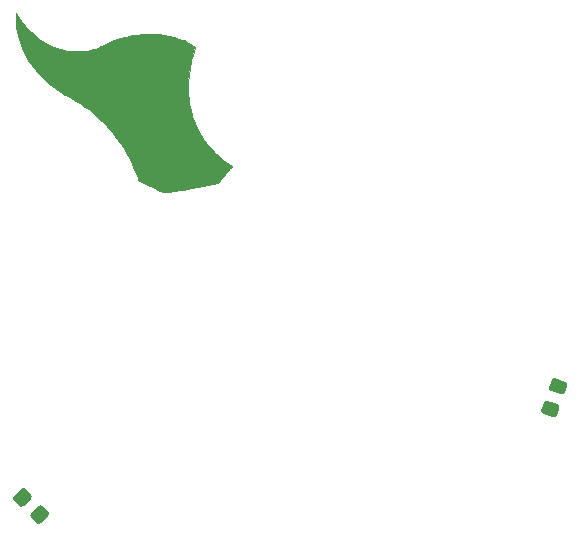
<source format=gbr>
%TF.GenerationSoftware,KiCad,Pcbnew,(5.1.7-0-10_14)*%
%TF.CreationDate,2020-10-21T09:08:44+08:00*%
%TF.ProjectId,HallowBadges,48616c6c-6f77-4426-9164-6765732e6b69,rev?*%
%TF.SameCoordinates,Original*%
%TF.FileFunction,Soldermask,Top*%
%TF.FilePolarity,Negative*%
%FSLAX46Y46*%
G04 Gerber Fmt 4.6, Leading zero omitted, Abs format (unit mm)*
G04 Created by KiCad (PCBNEW (5.1.7-0-10_14)) date 2020-10-21 09:08:44*
%MOMM*%
%LPD*%
G01*
G04 APERTURE LIST*
%ADD10C,0.010000*%
G04 APERTURE END LIST*
D10*
%TO.C,Ref\u002A\u002A*%
G36*
X115357367Y-54851577D02*
G01*
X115392494Y-54894323D01*
X115441105Y-54961028D01*
X115498731Y-55045718D01*
X115525202Y-55086225D01*
X115845866Y-55551831D01*
X116181135Y-55977940D01*
X116531422Y-56364942D01*
X116897140Y-56713222D01*
X117278700Y-57023169D01*
X117676517Y-57295170D01*
X118091002Y-57529612D01*
X118169084Y-57568673D01*
X118473552Y-57707744D01*
X118773686Y-57822808D01*
X119081574Y-57917694D01*
X119409308Y-57996229D01*
X119682500Y-58047919D01*
X119763850Y-58057422D01*
X119879602Y-58064927D01*
X120021874Y-58070435D01*
X120182783Y-58073948D01*
X120354446Y-58075468D01*
X120528978Y-58074997D01*
X120698498Y-58072536D01*
X120855123Y-58068086D01*
X120990968Y-58061650D01*
X121098151Y-58053230D01*
X121143000Y-58047604D01*
X121389501Y-58005883D01*
X121610862Y-57959417D01*
X121818042Y-57904816D01*
X122021996Y-57838693D01*
X122233682Y-57757659D01*
X122464059Y-57658326D01*
X122592917Y-57599230D01*
X123133200Y-57359586D01*
X123653628Y-57154089D01*
X124158081Y-56981833D01*
X124650436Y-56841911D01*
X125134575Y-56733415D01*
X125614374Y-56655437D01*
X126093714Y-56607072D01*
X126576473Y-56587412D01*
X126908760Y-56589979D01*
X127395230Y-56616405D01*
X127855375Y-56669946D01*
X128296572Y-56752092D01*
X128726194Y-56864335D01*
X129151616Y-57008166D01*
X129337658Y-57081143D01*
X129510666Y-57155678D01*
X129689592Y-57239762D01*
X129866967Y-57329345D01*
X130035325Y-57420376D01*
X130187196Y-57508805D01*
X130315114Y-57590582D01*
X130411610Y-57661656D01*
X130418337Y-57667254D01*
X130475591Y-57715490D01*
X130360589Y-58113776D01*
X130181108Y-58806100D01*
X130043470Y-59494849D01*
X129958390Y-60086157D01*
X129941550Y-60262368D01*
X129928167Y-60469767D01*
X129918367Y-60698660D01*
X129912274Y-60939354D01*
X129910010Y-61182156D01*
X129911702Y-61417374D01*
X129917472Y-61635314D01*
X129927445Y-61826283D01*
X129934932Y-61918036D01*
X130009196Y-62494391D01*
X130119828Y-63049706D01*
X130267257Y-63585307D01*
X130451907Y-64102521D01*
X130674207Y-64602677D01*
X130934584Y-65087100D01*
X130978121Y-65160435D01*
X131231090Y-65549828D01*
X131514843Y-65929950D01*
X131824364Y-66295679D01*
X132154633Y-66641894D01*
X132500632Y-66963473D01*
X132857343Y-67255294D01*
X133219747Y-67512237D01*
X133383241Y-67615051D01*
X133466360Y-67665835D01*
X133539504Y-67711654D01*
X133592606Y-67746142D01*
X133611086Y-67759074D01*
X133620026Y-67767910D01*
X133623456Y-67779726D01*
X133619120Y-67797412D01*
X133604761Y-67823859D01*
X133578120Y-67861957D01*
X133536941Y-67914597D01*
X133478965Y-67984668D01*
X133401936Y-68075061D01*
X133303596Y-68188666D01*
X133181688Y-68328374D01*
X133040748Y-68489324D01*
X132911197Y-68636485D01*
X132788745Y-68774305D01*
X132676500Y-68899381D01*
X132577566Y-69008308D01*
X132495051Y-69097683D01*
X132432060Y-69164100D01*
X132391700Y-69204157D01*
X132379094Y-69214435D01*
X132346820Y-69224704D01*
X132276808Y-69241973D01*
X132172932Y-69265465D01*
X132039067Y-69294401D01*
X131879089Y-69328006D01*
X131696871Y-69365502D01*
X131496290Y-69406111D01*
X131281218Y-69449058D01*
X131055532Y-69493564D01*
X130823106Y-69538852D01*
X130587815Y-69584145D01*
X130353533Y-69628667D01*
X130124135Y-69671640D01*
X129903496Y-69712287D01*
X129831917Y-69725302D01*
X129465043Y-69790354D01*
X129130510Y-69846756D01*
X128829383Y-69894373D01*
X128562729Y-69933073D01*
X128331614Y-69962721D01*
X128137105Y-69983185D01*
X127980267Y-69994330D01*
X127862166Y-69996023D01*
X127783869Y-69988131D01*
X127768167Y-69983828D01*
X127702017Y-69958553D01*
X127608694Y-69918737D01*
X127486629Y-69863642D01*
X127334255Y-69792531D01*
X127150001Y-69704666D01*
X126932299Y-69599307D01*
X126679580Y-69475718D01*
X126496398Y-69385559D01*
X125679713Y-68982747D01*
X125631446Y-68831285D01*
X125467402Y-68363734D01*
X125269969Y-67882641D01*
X125042854Y-67394857D01*
X124789766Y-66907231D01*
X124514414Y-66426615D01*
X124220507Y-65959859D01*
X123911753Y-65513812D01*
X123644595Y-65161356D01*
X123424020Y-64892600D01*
X123180278Y-64613163D01*
X122920793Y-64330728D01*
X122652992Y-64052979D01*
X122384299Y-63787600D01*
X122122139Y-63542274D01*
X121873937Y-63324687D01*
X121852084Y-63306348D01*
X121577409Y-63083197D01*
X121298622Y-62868877D01*
X121022008Y-62667805D01*
X120753849Y-62484395D01*
X120500432Y-62323063D01*
X120268039Y-62188225D01*
X120236346Y-62171074D01*
X119965376Y-62024858D01*
X119727196Y-61893849D01*
X119516481Y-61774832D01*
X119327908Y-61664590D01*
X119156152Y-61559905D01*
X118995888Y-61457563D01*
X118841792Y-61354346D01*
X118688541Y-61247039D01*
X118595084Y-61179573D01*
X118118230Y-60809087D01*
X117676258Y-60418634D01*
X117270231Y-60009314D01*
X116901210Y-59582225D01*
X116570259Y-59138463D01*
X116458794Y-58971997D01*
X116175342Y-58498270D01*
X115930927Y-58010135D01*
X115726093Y-57509085D01*
X115561384Y-56996616D01*
X115437344Y-56474223D01*
X115354519Y-55943402D01*
X115353850Y-55937620D01*
X115344788Y-55840632D01*
X115337137Y-55723193D01*
X115330979Y-55591950D01*
X115326397Y-55453550D01*
X115323474Y-55314639D01*
X115322292Y-55181864D01*
X115322933Y-55061871D01*
X115325481Y-54961307D01*
X115330018Y-54886818D01*
X115336626Y-54845052D01*
X115340190Y-54838766D01*
X115357367Y-54851577D01*
G37*
X115357367Y-54851577D02*
X115392494Y-54894323D01*
X115441105Y-54961028D01*
X115498731Y-55045718D01*
X115525202Y-55086225D01*
X115845866Y-55551831D01*
X116181135Y-55977940D01*
X116531422Y-56364942D01*
X116897140Y-56713222D01*
X117278700Y-57023169D01*
X117676517Y-57295170D01*
X118091002Y-57529612D01*
X118169084Y-57568673D01*
X118473552Y-57707744D01*
X118773686Y-57822808D01*
X119081574Y-57917694D01*
X119409308Y-57996229D01*
X119682500Y-58047919D01*
X119763850Y-58057422D01*
X119879602Y-58064927D01*
X120021874Y-58070435D01*
X120182783Y-58073948D01*
X120354446Y-58075468D01*
X120528978Y-58074997D01*
X120698498Y-58072536D01*
X120855123Y-58068086D01*
X120990968Y-58061650D01*
X121098151Y-58053230D01*
X121143000Y-58047604D01*
X121389501Y-58005883D01*
X121610862Y-57959417D01*
X121818042Y-57904816D01*
X122021996Y-57838693D01*
X122233682Y-57757659D01*
X122464059Y-57658326D01*
X122592917Y-57599230D01*
X123133200Y-57359586D01*
X123653628Y-57154089D01*
X124158081Y-56981833D01*
X124650436Y-56841911D01*
X125134575Y-56733415D01*
X125614374Y-56655437D01*
X126093714Y-56607072D01*
X126576473Y-56587412D01*
X126908760Y-56589979D01*
X127395230Y-56616405D01*
X127855375Y-56669946D01*
X128296572Y-56752092D01*
X128726194Y-56864335D01*
X129151616Y-57008166D01*
X129337658Y-57081143D01*
X129510666Y-57155678D01*
X129689592Y-57239762D01*
X129866967Y-57329345D01*
X130035325Y-57420376D01*
X130187196Y-57508805D01*
X130315114Y-57590582D01*
X130411610Y-57661656D01*
X130418337Y-57667254D01*
X130475591Y-57715490D01*
X130360589Y-58113776D01*
X130181108Y-58806100D01*
X130043470Y-59494849D01*
X129958390Y-60086157D01*
X129941550Y-60262368D01*
X129928167Y-60469767D01*
X129918367Y-60698660D01*
X129912274Y-60939354D01*
X129910010Y-61182156D01*
X129911702Y-61417374D01*
X129917472Y-61635314D01*
X129927445Y-61826283D01*
X129934932Y-61918036D01*
X130009196Y-62494391D01*
X130119828Y-63049706D01*
X130267257Y-63585307D01*
X130451907Y-64102521D01*
X130674207Y-64602677D01*
X130934584Y-65087100D01*
X130978121Y-65160435D01*
X131231090Y-65549828D01*
X131514843Y-65929950D01*
X131824364Y-66295679D01*
X132154633Y-66641894D01*
X132500632Y-66963473D01*
X132857343Y-67255294D01*
X133219747Y-67512237D01*
X133383241Y-67615051D01*
X133466360Y-67665835D01*
X133539504Y-67711654D01*
X133592606Y-67746142D01*
X133611086Y-67759074D01*
X133620026Y-67767910D01*
X133623456Y-67779726D01*
X133619120Y-67797412D01*
X133604761Y-67823859D01*
X133578120Y-67861957D01*
X133536941Y-67914597D01*
X133478965Y-67984668D01*
X133401936Y-68075061D01*
X133303596Y-68188666D01*
X133181688Y-68328374D01*
X133040748Y-68489324D01*
X132911197Y-68636485D01*
X132788745Y-68774305D01*
X132676500Y-68899381D01*
X132577566Y-69008308D01*
X132495051Y-69097683D01*
X132432060Y-69164100D01*
X132391700Y-69204157D01*
X132379094Y-69214435D01*
X132346820Y-69224704D01*
X132276808Y-69241973D01*
X132172932Y-69265465D01*
X132039067Y-69294401D01*
X131879089Y-69328006D01*
X131696871Y-69365502D01*
X131496290Y-69406111D01*
X131281218Y-69449058D01*
X131055532Y-69493564D01*
X130823106Y-69538852D01*
X130587815Y-69584145D01*
X130353533Y-69628667D01*
X130124135Y-69671640D01*
X129903496Y-69712287D01*
X129831917Y-69725302D01*
X129465043Y-69790354D01*
X129130510Y-69846756D01*
X128829383Y-69894373D01*
X128562729Y-69933073D01*
X128331614Y-69962721D01*
X128137105Y-69983185D01*
X127980267Y-69994330D01*
X127862166Y-69996023D01*
X127783869Y-69988131D01*
X127768167Y-69983828D01*
X127702017Y-69958553D01*
X127608694Y-69918737D01*
X127486629Y-69863642D01*
X127334255Y-69792531D01*
X127150001Y-69704666D01*
X126932299Y-69599307D01*
X126679580Y-69475718D01*
X126496398Y-69385559D01*
X125679713Y-68982747D01*
X125631446Y-68831285D01*
X125467402Y-68363734D01*
X125269969Y-67882641D01*
X125042854Y-67394857D01*
X124789766Y-66907231D01*
X124514414Y-66426615D01*
X124220507Y-65959859D01*
X123911753Y-65513812D01*
X123644595Y-65161356D01*
X123424020Y-64892600D01*
X123180278Y-64613163D01*
X122920793Y-64330728D01*
X122652992Y-64052979D01*
X122384299Y-63787600D01*
X122122139Y-63542274D01*
X121873937Y-63324687D01*
X121852084Y-63306348D01*
X121577409Y-63083197D01*
X121298622Y-62868877D01*
X121022008Y-62667805D01*
X120753849Y-62484395D01*
X120500432Y-62323063D01*
X120268039Y-62188225D01*
X120236346Y-62171074D01*
X119965376Y-62024858D01*
X119727196Y-61893849D01*
X119516481Y-61774832D01*
X119327908Y-61664590D01*
X119156152Y-61559905D01*
X118995888Y-61457563D01*
X118841792Y-61354346D01*
X118688541Y-61247039D01*
X118595084Y-61179573D01*
X118118230Y-60809087D01*
X117676258Y-60418634D01*
X117270231Y-60009314D01*
X116901210Y-59582225D01*
X116570259Y-59138463D01*
X116458794Y-58971997D01*
X116175342Y-58498270D01*
X115930927Y-58010135D01*
X115726093Y-57509085D01*
X115561384Y-56996616D01*
X115437344Y-56474223D01*
X115354519Y-55943402D01*
X115353850Y-55937620D01*
X115344788Y-55840632D01*
X115337137Y-55723193D01*
X115330979Y-55591950D01*
X115326397Y-55453550D01*
X115323474Y-55314639D01*
X115322292Y-55181864D01*
X115322933Y-55061871D01*
X115325481Y-54961307D01*
X115330018Y-54886818D01*
X115336626Y-54845052D01*
X115340190Y-54838766D01*
X115357367Y-54851577D01*
%TD*%
%TO.C,D1*%
G36*
G01*
X118049569Y-97388388D02*
X117413172Y-98024785D01*
G75*
G02*
X117059620Y-98024785I-176776J176776D01*
G01*
X116599999Y-97565164D01*
G75*
G02*
X116599999Y-97211612I176776J176776D01*
G01*
X117236396Y-96575215D01*
G75*
G02*
X117589948Y-96575215I176776J-176776D01*
G01*
X118049569Y-97034836D01*
G75*
G02*
X118049569Y-97388388I-176776J-176776D01*
G01*
G37*
G36*
G01*
X116600001Y-95938820D02*
X115963604Y-96575217D01*
G75*
G02*
X115610052Y-96575217I-176776J176776D01*
G01*
X115150431Y-96115596D01*
G75*
G02*
X115150431Y-95762044I176776J176776D01*
G01*
X115786828Y-95125647D01*
G75*
G02*
X116140380Y-95125647I176776J-176776D01*
G01*
X116600001Y-95585268D01*
G75*
G02*
X116600001Y-95938820I-176776J-176776D01*
G01*
G37*
%TD*%
%TO.C,D2*%
G36*
G01*
X161471989Y-87121022D02*
X160621021Y-86828010D01*
G75*
G02*
X160466034Y-86510239I81392J236379D01*
G01*
X160677654Y-85895651D01*
G75*
G02*
X160995425Y-85740664I236379J-81392D01*
G01*
X161846393Y-86033676D01*
G75*
G02*
X162001380Y-86351447I-81392J-236379D01*
G01*
X161789760Y-86966035D01*
G75*
G02*
X161471989Y-87121022I-236379J81392D01*
G01*
G37*
G36*
G01*
X160804575Y-89059336D02*
X159953607Y-88766324D01*
G75*
G02*
X159798620Y-88448553I81392J236379D01*
G01*
X160010240Y-87833965D01*
G75*
G02*
X160328011Y-87678978I236379J-81392D01*
G01*
X161178979Y-87971990D01*
G75*
G02*
X161333966Y-88289761I-81392J-236379D01*
G01*
X161122346Y-88904349D01*
G75*
G02*
X160804575Y-89059336I-236379J81392D01*
G01*
G37*
%TD*%
M02*

</source>
